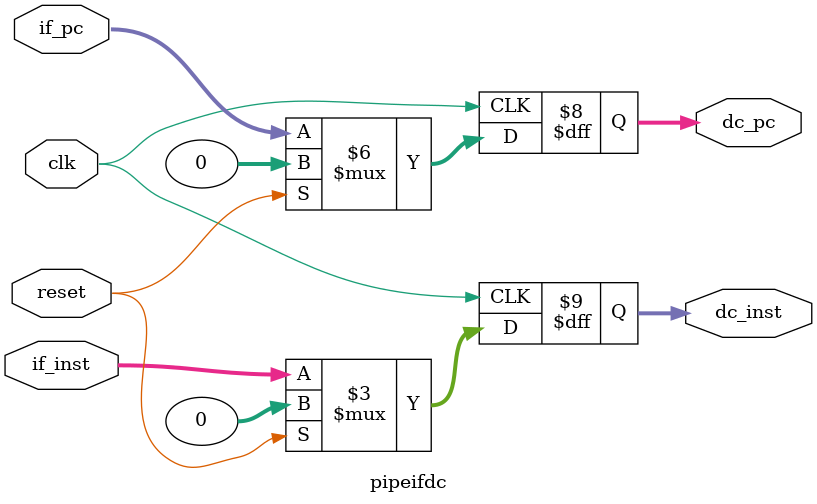
<source format=sv>
`default_nettype none

module pipeifdc(clk, reset, if_pc, if_inst, dc_pc, dc_inst);
  input wire clk, reset;
  input wire [31:0] if_pc, if_inst;
  output logic [31:0] dc_pc, dc_inst;
  
  always_ff @(posedge clk) begin
    if(reset) begin
      dc_pc <= 32'd0;
      dc_inst <= 32'd0;
    end else begin
      dc_pc <= if_pc;
      dc_inst <= if_inst;
    end
  end
endmodule  

`default_nettype wire
</source>
